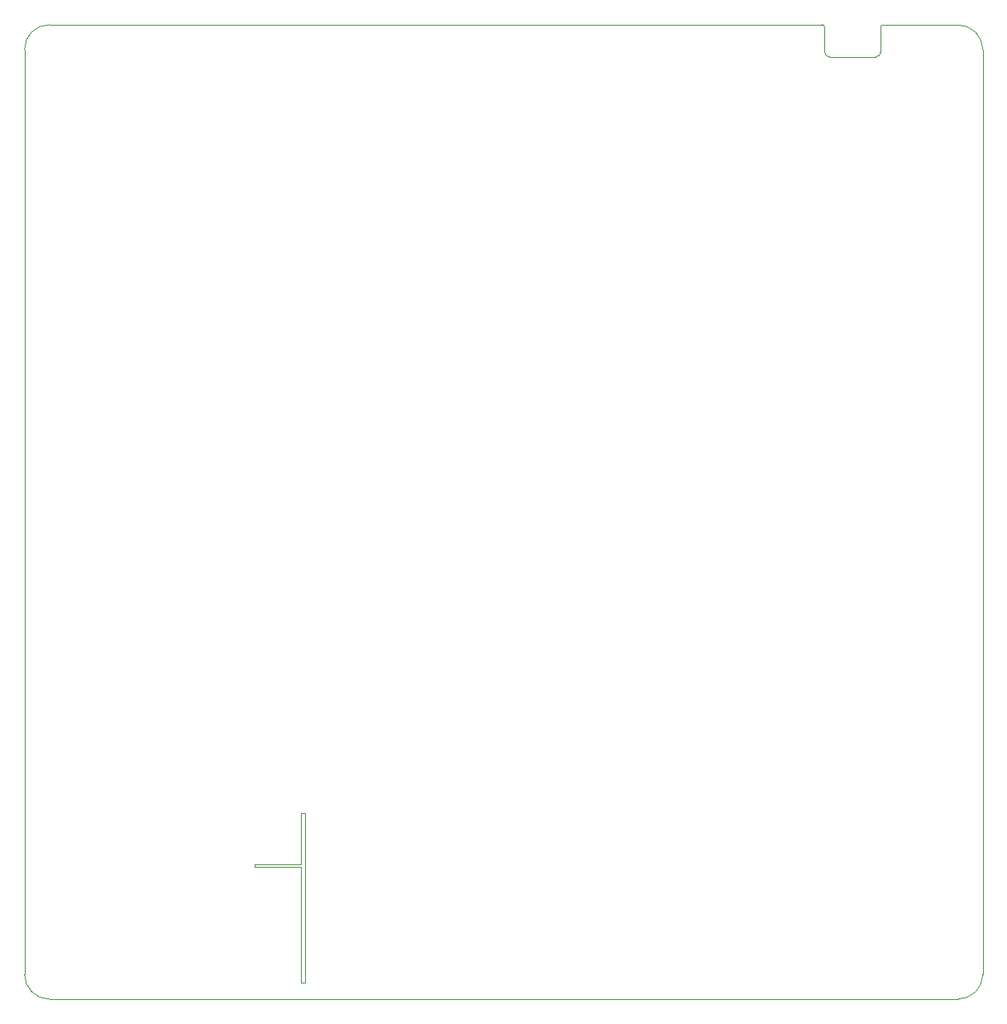
<source format=gbr>
%TF.GenerationSoftware,KiCad,Pcbnew,8.0.5*%
%TF.CreationDate,2024-11-25T17:26:57+07:00*%
%TF.ProjectId,MEASURE_POWER_AC,4d454153-5552-4455-9f50-4f5745525f41,rev?*%
%TF.SameCoordinates,Original*%
%TF.FileFunction,Profile,NP*%
%FSLAX46Y46*%
G04 Gerber Fmt 4.6, Leading zero omitted, Abs format (unit mm)*
G04 Created by KiCad (PCBNEW 8.0.5) date 2024-11-25 17:26:57*
%MOMM*%
%LPD*%
G01*
G04 APERTURE LIST*
%TA.AperFunction,Profile*%
%ADD10C,0.100000*%
%TD*%
G04 APERTURE END LIST*
D10*
X268300200Y-27940000D02*
G75*
G02*
X267792200Y-28448000I-508000J0D01*
G01*
X208940400Y-123164600D02*
X208940400Y-111353600D01*
X263067800Y-28448000D02*
X267792200Y-28448000D01*
X276225000Y-25171400D02*
G75*
G02*
X278765000Y-27711400I0J-2540000D01*
G01*
X209372200Y-123164600D02*
X208940400Y-123164600D01*
X208940400Y-111353600D02*
X204165200Y-111353600D01*
X183159400Y-124891800D02*
G75*
G02*
X180619400Y-122351800I0J2540000D01*
G01*
X204165200Y-111353600D02*
X204165200Y-111099600D01*
X208940400Y-105816400D02*
X209372200Y-105816400D01*
X268554200Y-25171400D02*
X276225000Y-25171400D01*
X268300200Y-27940000D02*
X268300200Y-25425400D01*
X263067800Y-28448000D02*
G75*
G02*
X262559800Y-27940000I0J508000D01*
G01*
X278765000Y-122351800D02*
G75*
G02*
X276225000Y-124891800I-2540000J0D01*
G01*
X209372200Y-106400600D02*
X209372200Y-123164600D01*
X204165200Y-111099600D02*
X208940400Y-111099600D01*
X268300200Y-25425400D02*
G75*
G02*
X268554200Y-25171400I254000J0D01*
G01*
X262559800Y-25400000D02*
X262559800Y-27940000D01*
X183159400Y-25146000D02*
X262305800Y-25146000D01*
X262305800Y-25146000D02*
G75*
G02*
X262559800Y-25400000I0J-254000D01*
G01*
X278765000Y-27711400D02*
X278765000Y-122351800D01*
X180619400Y-122351800D02*
X180619400Y-27686000D01*
X180619400Y-27686000D02*
G75*
G02*
X183159400Y-25146000I2540000J0D01*
G01*
X209372200Y-105816400D02*
X209372200Y-106400600D01*
X208940400Y-111099600D02*
X208940400Y-105816400D01*
X276225000Y-124891800D02*
X183159400Y-124891800D01*
M02*

</source>
